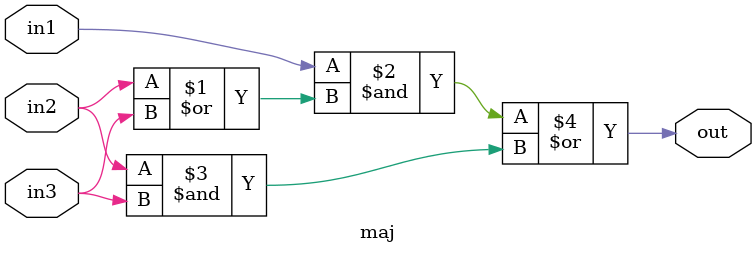
<source format=v>
module maj( out, in1, in2, in3 );

  output out;

  input in1, in2, in3;

  assign out = ( in1 & ( in2 | in3 ) | in2 & in3 );

endmodule

</source>
